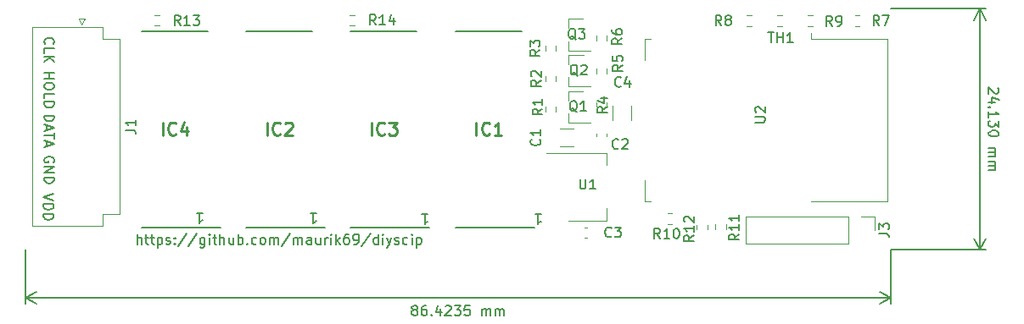
<source format=gbr>
%TF.GenerationSoftware,KiCad,Pcbnew,(5.1.9-0-10_14)*%
%TF.CreationDate,2021-01-14T22:54:26+01:00*%
%TF.ProjectId,diyscip-v2,64697973-6369-4702-9d76-322e6b696361,1.0*%
%TF.SameCoordinates,Original*%
%TF.FileFunction,Legend,Top*%
%TF.FilePolarity,Positive*%
%FSLAX46Y46*%
G04 Gerber Fmt 4.6, Leading zero omitted, Abs format (unit mm)*
G04 Created by KiCad (PCBNEW (5.1.9-0-10_14)) date 2021-01-14 22:54:26*
%MOMM*%
%LPD*%
G01*
G04 APERTURE LIST*
%ADD10C,0.150000*%
%ADD11C,0.120000*%
%ADD12C,0.200000*%
%ADD13C,0.254000*%
G04 APERTURE END LIST*
D10*
X210984880Y-90662642D02*
X211032500Y-90710261D01*
X211080119Y-90805500D01*
X211080119Y-91043595D01*
X211032500Y-91138833D01*
X210984880Y-91186452D01*
X210889642Y-91234071D01*
X210794404Y-91234071D01*
X210651547Y-91186452D01*
X210080119Y-90615023D01*
X210080119Y-91234071D01*
X210746785Y-92091214D02*
X210080119Y-92091214D01*
X211127738Y-91853119D02*
X210413452Y-91615023D01*
X210413452Y-92234071D01*
X210175357Y-92615023D02*
X210127738Y-92662642D01*
X210080119Y-92615023D01*
X210127738Y-92567404D01*
X210175357Y-92615023D01*
X210080119Y-92615023D01*
X210080119Y-93615023D02*
X210080119Y-93043595D01*
X210080119Y-93329309D02*
X211080119Y-93329309D01*
X210937261Y-93234071D01*
X210842023Y-93138833D01*
X210794404Y-93043595D01*
X211080119Y-93948357D02*
X211080119Y-94567404D01*
X210699166Y-94234071D01*
X210699166Y-94376928D01*
X210651547Y-94472166D01*
X210603928Y-94519785D01*
X210508690Y-94567404D01*
X210270595Y-94567404D01*
X210175357Y-94519785D01*
X210127738Y-94472166D01*
X210080119Y-94376928D01*
X210080119Y-94091214D01*
X210127738Y-93995976D01*
X210175357Y-93948357D01*
X211080119Y-95186452D02*
X211080119Y-95281690D01*
X211032500Y-95376928D01*
X210984880Y-95424547D01*
X210889642Y-95472166D01*
X210699166Y-95519785D01*
X210461071Y-95519785D01*
X210270595Y-95472166D01*
X210175357Y-95424547D01*
X210127738Y-95376928D01*
X210080119Y-95281690D01*
X210080119Y-95186452D01*
X210127738Y-95091214D01*
X210175357Y-95043595D01*
X210270595Y-94995976D01*
X210461071Y-94948357D01*
X210699166Y-94948357D01*
X210889642Y-94995976D01*
X210984880Y-95043595D01*
X211032500Y-95091214D01*
X211080119Y-95186452D01*
X210080119Y-96710261D02*
X210746785Y-96710261D01*
X210651547Y-96710261D02*
X210699166Y-96757880D01*
X210746785Y-96853119D01*
X210746785Y-96995976D01*
X210699166Y-97091214D01*
X210603928Y-97138833D01*
X210080119Y-97138833D01*
X210603928Y-97138833D02*
X210699166Y-97186452D01*
X210746785Y-97281690D01*
X210746785Y-97424547D01*
X210699166Y-97519785D01*
X210603928Y-97567404D01*
X210080119Y-97567404D01*
X210080119Y-98043595D02*
X210746785Y-98043595D01*
X210651547Y-98043595D02*
X210699166Y-98091214D01*
X210746785Y-98186452D01*
X210746785Y-98329309D01*
X210699166Y-98424547D01*
X210603928Y-98472166D01*
X210080119Y-98472166D01*
X210603928Y-98472166D02*
X210699166Y-98519785D01*
X210746785Y-98615023D01*
X210746785Y-98757880D01*
X210699166Y-98853119D01*
X210603928Y-98900738D01*
X210080119Y-98900738D01*
X209232500Y-82740500D02*
X209232500Y-106870500D01*
X200342500Y-82740500D02*
X209818921Y-82740500D01*
X200342500Y-106870500D02*
X209818921Y-106870500D01*
X209232500Y-106870500D02*
X208646079Y-105743996D01*
X209232500Y-106870500D02*
X209818921Y-105743996D01*
X209232500Y-82740500D02*
X208646079Y-83867004D01*
X209232500Y-82740500D02*
X209818921Y-83867004D01*
X152702178Y-112877452D02*
X152606940Y-112829833D01*
X152559321Y-112782214D01*
X152511702Y-112686976D01*
X152511702Y-112639357D01*
X152559321Y-112544119D01*
X152606940Y-112496500D01*
X152702178Y-112448880D01*
X152892654Y-112448880D01*
X152987892Y-112496500D01*
X153035511Y-112544119D01*
X153083130Y-112639357D01*
X153083130Y-112686976D01*
X153035511Y-112782214D01*
X152987892Y-112829833D01*
X152892654Y-112877452D01*
X152702178Y-112877452D01*
X152606940Y-112925071D01*
X152559321Y-112972690D01*
X152511702Y-113067928D01*
X152511702Y-113258404D01*
X152559321Y-113353642D01*
X152606940Y-113401261D01*
X152702178Y-113448880D01*
X152892654Y-113448880D01*
X152987892Y-113401261D01*
X153035511Y-113353642D01*
X153083130Y-113258404D01*
X153083130Y-113067928D01*
X153035511Y-112972690D01*
X152987892Y-112925071D01*
X152892654Y-112877452D01*
X153940273Y-112448880D02*
X153749797Y-112448880D01*
X153654559Y-112496500D01*
X153606940Y-112544119D01*
X153511702Y-112686976D01*
X153464083Y-112877452D01*
X153464083Y-113258404D01*
X153511702Y-113353642D01*
X153559321Y-113401261D01*
X153654559Y-113448880D01*
X153845035Y-113448880D01*
X153940273Y-113401261D01*
X153987892Y-113353642D01*
X154035511Y-113258404D01*
X154035511Y-113020309D01*
X153987892Y-112925071D01*
X153940273Y-112877452D01*
X153845035Y-112829833D01*
X153654559Y-112829833D01*
X153559321Y-112877452D01*
X153511702Y-112925071D01*
X153464083Y-113020309D01*
X154464083Y-113353642D02*
X154511702Y-113401261D01*
X154464083Y-113448880D01*
X154416464Y-113401261D01*
X154464083Y-113353642D01*
X154464083Y-113448880D01*
X155368845Y-112782214D02*
X155368845Y-113448880D01*
X155130750Y-112401261D02*
X154892654Y-113115547D01*
X155511702Y-113115547D01*
X155845035Y-112544119D02*
X155892654Y-112496500D01*
X155987892Y-112448880D01*
X156225988Y-112448880D01*
X156321226Y-112496500D01*
X156368845Y-112544119D01*
X156416464Y-112639357D01*
X156416464Y-112734595D01*
X156368845Y-112877452D01*
X155797416Y-113448880D01*
X156416464Y-113448880D01*
X156749797Y-112448880D02*
X157368845Y-112448880D01*
X157035511Y-112829833D01*
X157178369Y-112829833D01*
X157273607Y-112877452D01*
X157321226Y-112925071D01*
X157368845Y-113020309D01*
X157368845Y-113258404D01*
X157321226Y-113353642D01*
X157273607Y-113401261D01*
X157178369Y-113448880D01*
X156892654Y-113448880D01*
X156797416Y-113401261D01*
X156749797Y-113353642D01*
X158273607Y-112448880D02*
X157797416Y-112448880D01*
X157749797Y-112925071D01*
X157797416Y-112877452D01*
X157892654Y-112829833D01*
X158130750Y-112829833D01*
X158225988Y-112877452D01*
X158273607Y-112925071D01*
X158321226Y-113020309D01*
X158321226Y-113258404D01*
X158273607Y-113353642D01*
X158225988Y-113401261D01*
X158130750Y-113448880D01*
X157892654Y-113448880D01*
X157797416Y-113401261D01*
X157749797Y-113353642D01*
X159511702Y-113448880D02*
X159511702Y-112782214D01*
X159511702Y-112877452D02*
X159559321Y-112829833D01*
X159654559Y-112782214D01*
X159797416Y-112782214D01*
X159892654Y-112829833D01*
X159940273Y-112925071D01*
X159940273Y-113448880D01*
X159940273Y-112925071D02*
X159987892Y-112829833D01*
X160083130Y-112782214D01*
X160225988Y-112782214D01*
X160321226Y-112829833D01*
X160368845Y-112925071D01*
X160368845Y-113448880D01*
X160845035Y-113448880D02*
X160845035Y-112782214D01*
X160845035Y-112877452D02*
X160892654Y-112829833D01*
X160987892Y-112782214D01*
X161130750Y-112782214D01*
X161225988Y-112829833D01*
X161273607Y-112925071D01*
X161273607Y-113448880D01*
X161273607Y-112925071D02*
X161321226Y-112829833D01*
X161416464Y-112782214D01*
X161559321Y-112782214D01*
X161654559Y-112829833D01*
X161702178Y-112925071D01*
X161702178Y-113448880D01*
X200342500Y-111696500D02*
X113919000Y-111696500D01*
X200342500Y-106870500D02*
X200342500Y-112282921D01*
X113919000Y-106870500D02*
X113919000Y-112282921D01*
X113919000Y-111696500D02*
X115045504Y-111110079D01*
X113919000Y-111696500D02*
X115045504Y-112282921D01*
X200342500Y-111696500D02*
X199215996Y-111110079D01*
X200342500Y-111696500D02*
X199215996Y-112282921D01*
X125088833Y-106306880D02*
X125088833Y-105306880D01*
X125517404Y-106306880D02*
X125517404Y-105783071D01*
X125469785Y-105687833D01*
X125374547Y-105640214D01*
X125231690Y-105640214D01*
X125136452Y-105687833D01*
X125088833Y-105735452D01*
X125850738Y-105640214D02*
X126231690Y-105640214D01*
X125993595Y-105306880D02*
X125993595Y-106164023D01*
X126041214Y-106259261D01*
X126136452Y-106306880D01*
X126231690Y-106306880D01*
X126422166Y-105640214D02*
X126803119Y-105640214D01*
X126565023Y-105306880D02*
X126565023Y-106164023D01*
X126612642Y-106259261D01*
X126707880Y-106306880D01*
X126803119Y-106306880D01*
X127136452Y-105640214D02*
X127136452Y-106640214D01*
X127136452Y-105687833D02*
X127231690Y-105640214D01*
X127422166Y-105640214D01*
X127517404Y-105687833D01*
X127565023Y-105735452D01*
X127612642Y-105830690D01*
X127612642Y-106116404D01*
X127565023Y-106211642D01*
X127517404Y-106259261D01*
X127422166Y-106306880D01*
X127231690Y-106306880D01*
X127136452Y-106259261D01*
X127993595Y-106259261D02*
X128088833Y-106306880D01*
X128279309Y-106306880D01*
X128374547Y-106259261D01*
X128422166Y-106164023D01*
X128422166Y-106116404D01*
X128374547Y-106021166D01*
X128279309Y-105973547D01*
X128136452Y-105973547D01*
X128041214Y-105925928D01*
X127993595Y-105830690D01*
X127993595Y-105783071D01*
X128041214Y-105687833D01*
X128136452Y-105640214D01*
X128279309Y-105640214D01*
X128374547Y-105687833D01*
X128850738Y-106211642D02*
X128898357Y-106259261D01*
X128850738Y-106306880D01*
X128803119Y-106259261D01*
X128850738Y-106211642D01*
X128850738Y-106306880D01*
X128850738Y-105687833D02*
X128898357Y-105735452D01*
X128850738Y-105783071D01*
X128803119Y-105735452D01*
X128850738Y-105687833D01*
X128850738Y-105783071D01*
X130041214Y-105259261D02*
X129184071Y-106544976D01*
X131088833Y-105259261D02*
X130231690Y-106544976D01*
X131850738Y-105640214D02*
X131850738Y-106449738D01*
X131803119Y-106544976D01*
X131755500Y-106592595D01*
X131660261Y-106640214D01*
X131517404Y-106640214D01*
X131422166Y-106592595D01*
X131850738Y-106259261D02*
X131755500Y-106306880D01*
X131565023Y-106306880D01*
X131469785Y-106259261D01*
X131422166Y-106211642D01*
X131374547Y-106116404D01*
X131374547Y-105830690D01*
X131422166Y-105735452D01*
X131469785Y-105687833D01*
X131565023Y-105640214D01*
X131755500Y-105640214D01*
X131850738Y-105687833D01*
X132326928Y-106306880D02*
X132326928Y-105640214D01*
X132326928Y-105306880D02*
X132279309Y-105354500D01*
X132326928Y-105402119D01*
X132374547Y-105354500D01*
X132326928Y-105306880D01*
X132326928Y-105402119D01*
X132660261Y-105640214D02*
X133041214Y-105640214D01*
X132803119Y-105306880D02*
X132803119Y-106164023D01*
X132850738Y-106259261D01*
X132945976Y-106306880D01*
X133041214Y-106306880D01*
X133374547Y-106306880D02*
X133374547Y-105306880D01*
X133803119Y-106306880D02*
X133803119Y-105783071D01*
X133755500Y-105687833D01*
X133660261Y-105640214D01*
X133517404Y-105640214D01*
X133422166Y-105687833D01*
X133374547Y-105735452D01*
X134707880Y-105640214D02*
X134707880Y-106306880D01*
X134279309Y-105640214D02*
X134279309Y-106164023D01*
X134326928Y-106259261D01*
X134422166Y-106306880D01*
X134565023Y-106306880D01*
X134660261Y-106259261D01*
X134707880Y-106211642D01*
X135184071Y-106306880D02*
X135184071Y-105306880D01*
X135184071Y-105687833D02*
X135279309Y-105640214D01*
X135469785Y-105640214D01*
X135565023Y-105687833D01*
X135612642Y-105735452D01*
X135660261Y-105830690D01*
X135660261Y-106116404D01*
X135612642Y-106211642D01*
X135565023Y-106259261D01*
X135469785Y-106306880D01*
X135279309Y-106306880D01*
X135184071Y-106259261D01*
X136088833Y-106211642D02*
X136136452Y-106259261D01*
X136088833Y-106306880D01*
X136041214Y-106259261D01*
X136088833Y-106211642D01*
X136088833Y-106306880D01*
X136993595Y-106259261D02*
X136898357Y-106306880D01*
X136707880Y-106306880D01*
X136612642Y-106259261D01*
X136565023Y-106211642D01*
X136517404Y-106116404D01*
X136517404Y-105830690D01*
X136565023Y-105735452D01*
X136612642Y-105687833D01*
X136707880Y-105640214D01*
X136898357Y-105640214D01*
X136993595Y-105687833D01*
X137565023Y-106306880D02*
X137469785Y-106259261D01*
X137422166Y-106211642D01*
X137374547Y-106116404D01*
X137374547Y-105830690D01*
X137422166Y-105735452D01*
X137469785Y-105687833D01*
X137565023Y-105640214D01*
X137707880Y-105640214D01*
X137803119Y-105687833D01*
X137850738Y-105735452D01*
X137898357Y-105830690D01*
X137898357Y-106116404D01*
X137850738Y-106211642D01*
X137803119Y-106259261D01*
X137707880Y-106306880D01*
X137565023Y-106306880D01*
X138326928Y-106306880D02*
X138326928Y-105640214D01*
X138326928Y-105735452D02*
X138374547Y-105687833D01*
X138469785Y-105640214D01*
X138612642Y-105640214D01*
X138707880Y-105687833D01*
X138755500Y-105783071D01*
X138755500Y-106306880D01*
X138755500Y-105783071D02*
X138803119Y-105687833D01*
X138898357Y-105640214D01*
X139041214Y-105640214D01*
X139136452Y-105687833D01*
X139184071Y-105783071D01*
X139184071Y-106306880D01*
X140374547Y-105259261D02*
X139517404Y-106544976D01*
X140707880Y-106306880D02*
X140707880Y-105640214D01*
X140707880Y-105735452D02*
X140755500Y-105687833D01*
X140850738Y-105640214D01*
X140993595Y-105640214D01*
X141088833Y-105687833D01*
X141136452Y-105783071D01*
X141136452Y-106306880D01*
X141136452Y-105783071D02*
X141184071Y-105687833D01*
X141279309Y-105640214D01*
X141422166Y-105640214D01*
X141517404Y-105687833D01*
X141565023Y-105783071D01*
X141565023Y-106306880D01*
X142469785Y-106306880D02*
X142469785Y-105783071D01*
X142422166Y-105687833D01*
X142326928Y-105640214D01*
X142136452Y-105640214D01*
X142041214Y-105687833D01*
X142469785Y-106259261D02*
X142374547Y-106306880D01*
X142136452Y-106306880D01*
X142041214Y-106259261D01*
X141993595Y-106164023D01*
X141993595Y-106068785D01*
X142041214Y-105973547D01*
X142136452Y-105925928D01*
X142374547Y-105925928D01*
X142469785Y-105878309D01*
X143374547Y-105640214D02*
X143374547Y-106306880D01*
X142945976Y-105640214D02*
X142945976Y-106164023D01*
X142993595Y-106259261D01*
X143088833Y-106306880D01*
X143231690Y-106306880D01*
X143326928Y-106259261D01*
X143374547Y-106211642D01*
X143850738Y-106306880D02*
X143850738Y-105640214D01*
X143850738Y-105830690D02*
X143898357Y-105735452D01*
X143945976Y-105687833D01*
X144041214Y-105640214D01*
X144136452Y-105640214D01*
X144469785Y-106306880D02*
X144469785Y-105640214D01*
X144469785Y-105306880D02*
X144422166Y-105354500D01*
X144469785Y-105402119D01*
X144517404Y-105354500D01*
X144469785Y-105306880D01*
X144469785Y-105402119D01*
X144945976Y-106306880D02*
X144945976Y-105306880D01*
X145041214Y-105925928D02*
X145326928Y-106306880D01*
X145326928Y-105640214D02*
X144945976Y-106021166D01*
X146184071Y-105306880D02*
X145993595Y-105306880D01*
X145898357Y-105354500D01*
X145850738Y-105402119D01*
X145755500Y-105544976D01*
X145707880Y-105735452D01*
X145707880Y-106116404D01*
X145755500Y-106211642D01*
X145803119Y-106259261D01*
X145898357Y-106306880D01*
X146088833Y-106306880D01*
X146184071Y-106259261D01*
X146231690Y-106211642D01*
X146279309Y-106116404D01*
X146279309Y-105878309D01*
X146231690Y-105783071D01*
X146184071Y-105735452D01*
X146088833Y-105687833D01*
X145898357Y-105687833D01*
X145803119Y-105735452D01*
X145755500Y-105783071D01*
X145707880Y-105878309D01*
X146755500Y-106306880D02*
X146945976Y-106306880D01*
X147041214Y-106259261D01*
X147088833Y-106211642D01*
X147184071Y-106068785D01*
X147231690Y-105878309D01*
X147231690Y-105497357D01*
X147184071Y-105402119D01*
X147136452Y-105354500D01*
X147041214Y-105306880D01*
X146850738Y-105306880D01*
X146755500Y-105354500D01*
X146707880Y-105402119D01*
X146660261Y-105497357D01*
X146660261Y-105735452D01*
X146707880Y-105830690D01*
X146755500Y-105878309D01*
X146850738Y-105925928D01*
X147041214Y-105925928D01*
X147136452Y-105878309D01*
X147184071Y-105830690D01*
X147231690Y-105735452D01*
X148374547Y-105259261D02*
X147517404Y-106544976D01*
X149136452Y-106306880D02*
X149136452Y-105306880D01*
X149136452Y-106259261D02*
X149041214Y-106306880D01*
X148850738Y-106306880D01*
X148755500Y-106259261D01*
X148707880Y-106211642D01*
X148660261Y-106116404D01*
X148660261Y-105830690D01*
X148707880Y-105735452D01*
X148755500Y-105687833D01*
X148850738Y-105640214D01*
X149041214Y-105640214D01*
X149136452Y-105687833D01*
X149612642Y-106306880D02*
X149612642Y-105640214D01*
X149612642Y-105306880D02*
X149565023Y-105354500D01*
X149612642Y-105402119D01*
X149660261Y-105354500D01*
X149612642Y-105306880D01*
X149612642Y-105402119D01*
X149993595Y-105640214D02*
X150231690Y-106306880D01*
X150469785Y-105640214D02*
X150231690Y-106306880D01*
X150136452Y-106544976D01*
X150088833Y-106592595D01*
X149993595Y-106640214D01*
X150803119Y-106259261D02*
X150898357Y-106306880D01*
X151088833Y-106306880D01*
X151184071Y-106259261D01*
X151231690Y-106164023D01*
X151231690Y-106116404D01*
X151184071Y-106021166D01*
X151088833Y-105973547D01*
X150945976Y-105973547D01*
X150850738Y-105925928D01*
X150803119Y-105830690D01*
X150803119Y-105783071D01*
X150850738Y-105687833D01*
X150945976Y-105640214D01*
X151088833Y-105640214D01*
X151184071Y-105687833D01*
X152088833Y-106259261D02*
X151993595Y-106306880D01*
X151803119Y-106306880D01*
X151707880Y-106259261D01*
X151660261Y-106211642D01*
X151612642Y-106116404D01*
X151612642Y-105830690D01*
X151660261Y-105735452D01*
X151707880Y-105687833D01*
X151803119Y-105640214D01*
X151993595Y-105640214D01*
X152088833Y-105687833D01*
X152517404Y-106306880D02*
X152517404Y-105640214D01*
X152517404Y-105306880D02*
X152469785Y-105354500D01*
X152517404Y-105402119D01*
X152565023Y-105354500D01*
X152517404Y-105306880D01*
X152517404Y-105402119D01*
X152993595Y-105640214D02*
X152993595Y-106640214D01*
X152993595Y-105687833D02*
X153088833Y-105640214D01*
X153279309Y-105640214D01*
X153374547Y-105687833D01*
X153422166Y-105735452D01*
X153469785Y-105830690D01*
X153469785Y-106116404D01*
X153422166Y-106211642D01*
X153374547Y-106259261D01*
X153279309Y-106306880D01*
X153088833Y-106306880D01*
X152993595Y-106259261D01*
X131032285Y-103179619D02*
X131603714Y-103179619D01*
X131318000Y-103179619D02*
X131318000Y-104179619D01*
X131413238Y-104036761D01*
X131508476Y-103941523D01*
X131603714Y-103893904D01*
X142398785Y-103243119D02*
X142970214Y-103243119D01*
X142684500Y-103243119D02*
X142684500Y-104243119D01*
X142779738Y-104100261D01*
X142874976Y-104005023D01*
X142970214Y-103957404D01*
X153511285Y-103306619D02*
X154082714Y-103306619D01*
X153797000Y-103306619D02*
X153797000Y-104306619D01*
X153892238Y-104163761D01*
X153987476Y-104068523D01*
X154082714Y-104020904D01*
X164814285Y-103306619D02*
X165385714Y-103306619D01*
X165100000Y-103306619D02*
X165100000Y-104306619D01*
X165195238Y-104163761D01*
X165290476Y-104068523D01*
X165385714Y-104020904D01*
X116752619Y-101282666D02*
X115752619Y-101616000D01*
X116752619Y-101949333D01*
X115752619Y-102282666D02*
X116752619Y-102282666D01*
X116752619Y-102520761D01*
X116705000Y-102663619D01*
X116609761Y-102758857D01*
X116514523Y-102806476D01*
X116324047Y-102854095D01*
X116181190Y-102854095D01*
X115990714Y-102806476D01*
X115895476Y-102758857D01*
X115800238Y-102663619D01*
X115752619Y-102520761D01*
X115752619Y-102282666D01*
X115752619Y-103282666D02*
X116752619Y-103282666D01*
X116752619Y-103520761D01*
X116705000Y-103663619D01*
X116609761Y-103758857D01*
X116514523Y-103806476D01*
X116324047Y-103854095D01*
X116181190Y-103854095D01*
X115990714Y-103806476D01*
X115895476Y-103758857D01*
X115800238Y-103663619D01*
X115752619Y-103520761D01*
X115752619Y-103282666D01*
X116768500Y-98107595D02*
X116816119Y-98012357D01*
X116816119Y-97869500D01*
X116768500Y-97726642D01*
X116673261Y-97631404D01*
X116578023Y-97583785D01*
X116387547Y-97536166D01*
X116244690Y-97536166D01*
X116054214Y-97583785D01*
X115958976Y-97631404D01*
X115863738Y-97726642D01*
X115816119Y-97869500D01*
X115816119Y-97964738D01*
X115863738Y-98107595D01*
X115911357Y-98155214D01*
X116244690Y-98155214D01*
X116244690Y-97964738D01*
X115816119Y-98583785D02*
X116816119Y-98583785D01*
X115816119Y-99155214D01*
X116816119Y-99155214D01*
X115816119Y-99631404D02*
X116816119Y-99631404D01*
X116816119Y-99869500D01*
X116768500Y-100012357D01*
X116673261Y-100107595D01*
X116578023Y-100155214D01*
X116387547Y-100202833D01*
X116244690Y-100202833D01*
X116054214Y-100155214D01*
X115958976Y-100107595D01*
X115863738Y-100012357D01*
X115816119Y-99869500D01*
X115816119Y-99631404D01*
X115816119Y-93432500D02*
X116816119Y-93432500D01*
X116816119Y-93670595D01*
X116768500Y-93813452D01*
X116673261Y-93908690D01*
X116578023Y-93956309D01*
X116387547Y-94003928D01*
X116244690Y-94003928D01*
X116054214Y-93956309D01*
X115958976Y-93908690D01*
X115863738Y-93813452D01*
X115816119Y-93670595D01*
X115816119Y-93432500D01*
X116101833Y-94384880D02*
X116101833Y-94861071D01*
X115816119Y-94289642D02*
X116816119Y-94622976D01*
X115816119Y-94956309D01*
X116816119Y-95146785D02*
X116816119Y-95718214D01*
X115816119Y-95432500D02*
X116816119Y-95432500D01*
X116101833Y-96003928D02*
X116101833Y-96480119D01*
X115816119Y-95908690D02*
X116816119Y-96242023D01*
X115816119Y-96575357D01*
X115816119Y-89154214D02*
X116816119Y-89154214D01*
X116339928Y-89154214D02*
X116339928Y-89725642D01*
X115816119Y-89725642D02*
X116816119Y-89725642D01*
X116816119Y-90392309D02*
X116816119Y-90582785D01*
X116768500Y-90678023D01*
X116673261Y-90773261D01*
X116482785Y-90820880D01*
X116149452Y-90820880D01*
X115958976Y-90773261D01*
X115863738Y-90678023D01*
X115816119Y-90582785D01*
X115816119Y-90392309D01*
X115863738Y-90297071D01*
X115958976Y-90201833D01*
X116149452Y-90154214D01*
X116482785Y-90154214D01*
X116673261Y-90201833D01*
X116768500Y-90297071D01*
X116816119Y-90392309D01*
X115816119Y-91725642D02*
X115816119Y-91249452D01*
X116816119Y-91249452D01*
X115816119Y-92058976D02*
X116816119Y-92058976D01*
X116816119Y-92297071D01*
X116768500Y-92439928D01*
X116673261Y-92535166D01*
X116578023Y-92582785D01*
X116387547Y-92630404D01*
X116244690Y-92630404D01*
X116054214Y-92582785D01*
X115958976Y-92535166D01*
X115863738Y-92439928D01*
X115816119Y-92297071D01*
X115816119Y-92058976D01*
X115911357Y-86272761D02*
X115863738Y-86225142D01*
X115816119Y-86082285D01*
X115816119Y-85987047D01*
X115863738Y-85844190D01*
X115958976Y-85748952D01*
X116054214Y-85701333D01*
X116244690Y-85653714D01*
X116387547Y-85653714D01*
X116578023Y-85701333D01*
X116673261Y-85748952D01*
X116768500Y-85844190D01*
X116816119Y-85987047D01*
X116816119Y-86082285D01*
X116768500Y-86225142D01*
X116720880Y-86272761D01*
X115816119Y-87177523D02*
X115816119Y-86701333D01*
X116816119Y-86701333D01*
X115816119Y-87510857D02*
X116816119Y-87510857D01*
X115816119Y-88082285D02*
X116387547Y-87653714D01*
X116816119Y-88082285D02*
X116244690Y-87510857D01*
D11*
%TO.C,J3*%
X198688000Y-103572000D02*
X198688000Y-104902000D01*
X197358000Y-103572000D02*
X198688000Y-103572000D01*
X196088000Y-103572000D02*
X196088000Y-106232000D01*
X196088000Y-106232000D02*
X185868000Y-106232000D01*
X196088000Y-103572000D02*
X185868000Y-103572000D01*
X185868000Y-103572000D02*
X185868000Y-106232000D01*
%TO.C,TH1*%
X189466758Y-83424500D02*
X188992242Y-83424500D01*
X189466758Y-84469500D02*
X188992242Y-84469500D01*
%TO.C,R7*%
X196739242Y-84469500D02*
X197213758Y-84469500D01*
X196739242Y-83424500D02*
X197213758Y-83424500D01*
%TO.C,U2*%
X192388000Y-85753000D02*
X192388000Y-85143000D01*
X192388000Y-85753000D02*
X200008000Y-85753000D01*
X175768000Y-85753000D02*
X176388000Y-85753000D01*
X175768000Y-87873000D02*
X175768000Y-85753000D01*
X175768000Y-101993000D02*
X175768000Y-99873000D01*
X176388000Y-101993000D02*
X175768000Y-101993000D01*
X200008000Y-101993000D02*
X192388000Y-101993000D01*
X200008000Y-85753000D02*
X200008000Y-101993000D01*
%TO.C,R14*%
X146320742Y-83361000D02*
X146795258Y-83361000D01*
X146320742Y-84406000D02*
X146795258Y-84406000D01*
%TO.C,R12*%
X182005500Y-104822258D02*
X182005500Y-104347742D01*
X180960500Y-104822258D02*
X180960500Y-104347742D01*
%TO.C,R11*%
X183847000Y-104821258D02*
X183847000Y-104346742D01*
X182802000Y-104821258D02*
X182802000Y-104346742D01*
%TO.C,R9*%
X192514758Y-83424500D02*
X192040242Y-83424500D01*
X192514758Y-84469500D02*
X192040242Y-84469500D01*
%TO.C,R8*%
X185944242Y-84469500D02*
X186418758Y-84469500D01*
X185944242Y-83424500D02*
X186418758Y-83424500D01*
%TO.C,C3*%
X169990080Y-104646000D02*
X169708920Y-104646000D01*
X169990080Y-105666000D02*
X169708920Y-105666000D01*
%TO.C,J1*%
X114660500Y-84554000D02*
X121680500Y-84554000D01*
X121680500Y-84554000D02*
X121680500Y-85754000D01*
X121680500Y-85754000D02*
X123380500Y-85754000D01*
X123380500Y-85754000D02*
X123380500Y-103314000D01*
X123380500Y-103314000D02*
X121680500Y-103314000D01*
X121680500Y-103314000D02*
X121680500Y-104514000D01*
X121680500Y-104514000D02*
X114660500Y-104514000D01*
X114660500Y-104514000D02*
X114660500Y-84554000D01*
X119570500Y-84354000D02*
X119270500Y-83754000D01*
X119270500Y-83754000D02*
X119870500Y-83754000D01*
X119870500Y-83754000D02*
X119570500Y-84354000D01*
%TO.C,U1*%
X165928000Y-97160000D02*
X171938000Y-97160000D01*
X168178000Y-103980000D02*
X171938000Y-103980000D01*
X171938000Y-97160000D02*
X171938000Y-98420000D01*
X171938000Y-103980000D02*
X171938000Y-102720000D01*
%TO.C,R13*%
X127300758Y-83361000D02*
X126826242Y-83361000D01*
X127300758Y-84406000D02*
X126826242Y-84406000D01*
%TO.C,R10*%
X178481258Y-103236500D02*
X178006742Y-103236500D01*
X178481258Y-104281500D02*
X178006742Y-104281500D01*
%TO.C,R6*%
X171972500Y-85899258D02*
X171972500Y-85424742D01*
X170927500Y-85899258D02*
X170927500Y-85424742D01*
%TO.C,R5*%
X171972500Y-89200258D02*
X171972500Y-88725742D01*
X170927500Y-89200258D02*
X170927500Y-88725742D01*
%TO.C,R4*%
X171972500Y-92566258D02*
X171972500Y-92091742D01*
X170927500Y-92566258D02*
X170927500Y-92091742D01*
%TO.C,R3*%
X166892500Y-86915258D02*
X166892500Y-86440742D01*
X165847500Y-86915258D02*
X165847500Y-86440742D01*
%TO.C,R2*%
X166892500Y-89962258D02*
X166892500Y-89487742D01*
X165847500Y-89962258D02*
X165847500Y-89487742D01*
%TO.C,R1*%
X166892500Y-93011258D02*
X166892500Y-92536742D01*
X165847500Y-93011258D02*
X165847500Y-92536742D01*
%TO.C,Q3*%
X168150000Y-83764000D02*
X169610000Y-83764000D01*
X168150000Y-86924000D02*
X170310000Y-86924000D01*
X168150000Y-86924000D02*
X168150000Y-85994000D01*
X168150000Y-83764000D02*
X168150000Y-84694000D01*
%TO.C,Q2*%
X168166000Y-87381000D02*
X169626000Y-87381000D01*
X168166000Y-90541000D02*
X170326000Y-90541000D01*
X168166000Y-90541000D02*
X168166000Y-89611000D01*
X168166000Y-87381000D02*
X168166000Y-88311000D01*
%TO.C,Q1*%
X168150000Y-91003000D02*
X169610000Y-91003000D01*
X168150000Y-94163000D02*
X170310000Y-94163000D01*
X168150000Y-94163000D02*
X168150000Y-93233000D01*
X168150000Y-91003000D02*
X168150000Y-91933000D01*
D12*
%TO.C,IC4*%
X132172000Y-84960500D02*
X125572000Y-84960500D01*
X133407000Y-104650500D02*
X125572000Y-104650500D01*
%TO.C,IC3*%
X153002500Y-84960500D02*
X146402500Y-84960500D01*
X154237500Y-104650500D02*
X146402500Y-104650500D01*
%TO.C,IC2*%
X142588500Y-84960500D02*
X135988500Y-84960500D01*
X143823500Y-104650500D02*
X135988500Y-104650500D01*
%TO.C,IC1*%
X163480000Y-84960500D02*
X156880000Y-84960500D01*
X164715000Y-104650500D02*
X156880000Y-104650500D01*
D11*
%TO.C,C4*%
X172572000Y-92457748D02*
X172572000Y-93880252D01*
X174392000Y-92457748D02*
X174392000Y-93880252D01*
%TO.C,C2*%
X171960000Y-95517580D02*
X171960000Y-95236420D01*
X170940000Y-95517580D02*
X170940000Y-95236420D01*
%TO.C,C1*%
X167260748Y-96541000D02*
X168683252Y-96541000D01*
X167260748Y-94721000D02*
X168683252Y-94721000D01*
%TO.C,J3*%
D10*
X199140380Y-105235333D02*
X199854666Y-105235333D01*
X199997523Y-105282952D01*
X200092761Y-105378190D01*
X200140380Y-105521047D01*
X200140380Y-105616285D01*
X199140380Y-104854380D02*
X199140380Y-104235333D01*
X199521333Y-104568666D01*
X199521333Y-104425809D01*
X199568952Y-104330571D01*
X199616571Y-104282952D01*
X199711809Y-104235333D01*
X199949904Y-104235333D01*
X200045142Y-104282952D01*
X200092761Y-104330571D01*
X200140380Y-104425809D01*
X200140380Y-104711523D01*
X200092761Y-104806761D01*
X200045142Y-104854380D01*
%TO.C,TH1*%
X188071285Y-85113880D02*
X188642714Y-85113880D01*
X188357000Y-86113880D02*
X188357000Y-85113880D01*
X188976047Y-86113880D02*
X188976047Y-85113880D01*
X188976047Y-85590071D02*
X189547476Y-85590071D01*
X189547476Y-86113880D02*
X189547476Y-85113880D01*
X190547476Y-86113880D02*
X189976047Y-86113880D01*
X190261761Y-86113880D02*
X190261761Y-85113880D01*
X190166523Y-85256738D01*
X190071285Y-85351976D01*
X189976047Y-85399595D01*
%TO.C,R7*%
X199159833Y-84399380D02*
X198826500Y-83923190D01*
X198588404Y-84399380D02*
X198588404Y-83399380D01*
X198969357Y-83399380D01*
X199064595Y-83447000D01*
X199112214Y-83494619D01*
X199159833Y-83589857D01*
X199159833Y-83732714D01*
X199112214Y-83827952D01*
X199064595Y-83875571D01*
X198969357Y-83923190D01*
X198588404Y-83923190D01*
X199493166Y-83399380D02*
X200159833Y-83399380D01*
X199731261Y-84399380D01*
%TO.C,U2*%
X186777380Y-94106904D02*
X187586904Y-94106904D01*
X187682142Y-94059285D01*
X187729761Y-94011666D01*
X187777380Y-93916428D01*
X187777380Y-93725952D01*
X187729761Y-93630714D01*
X187682142Y-93583095D01*
X187586904Y-93535476D01*
X186777380Y-93535476D01*
X186872619Y-93106904D02*
X186825000Y-93059285D01*
X186777380Y-92964047D01*
X186777380Y-92725952D01*
X186825000Y-92630714D01*
X186872619Y-92583095D01*
X186967857Y-92535476D01*
X187063095Y-92535476D01*
X187205952Y-92583095D01*
X187777380Y-93154523D01*
X187777380Y-92535476D01*
%TO.C,R14*%
X148899642Y-84335880D02*
X148566309Y-83859690D01*
X148328214Y-84335880D02*
X148328214Y-83335880D01*
X148709166Y-83335880D01*
X148804404Y-83383500D01*
X148852023Y-83431119D01*
X148899642Y-83526357D01*
X148899642Y-83669214D01*
X148852023Y-83764452D01*
X148804404Y-83812071D01*
X148709166Y-83859690D01*
X148328214Y-83859690D01*
X149852023Y-84335880D02*
X149280595Y-84335880D01*
X149566309Y-84335880D02*
X149566309Y-83335880D01*
X149471071Y-83478738D01*
X149375833Y-83573976D01*
X149280595Y-83621595D01*
X150709166Y-83669214D02*
X150709166Y-84335880D01*
X150471071Y-83288261D02*
X150232976Y-84002547D01*
X150852023Y-84002547D01*
%TO.C,R12*%
X180665380Y-105417857D02*
X180189190Y-105751190D01*
X180665380Y-105989285D02*
X179665380Y-105989285D01*
X179665380Y-105608333D01*
X179713000Y-105513095D01*
X179760619Y-105465476D01*
X179855857Y-105417857D01*
X179998714Y-105417857D01*
X180093952Y-105465476D01*
X180141571Y-105513095D01*
X180189190Y-105608333D01*
X180189190Y-105989285D01*
X180665380Y-104465476D02*
X180665380Y-105036904D01*
X180665380Y-104751190D02*
X179665380Y-104751190D01*
X179808238Y-104846428D01*
X179903476Y-104941666D01*
X179951095Y-105036904D01*
X179760619Y-104084523D02*
X179713000Y-104036904D01*
X179665380Y-103941666D01*
X179665380Y-103703571D01*
X179713000Y-103608333D01*
X179760619Y-103560714D01*
X179855857Y-103513095D01*
X179951095Y-103513095D01*
X180093952Y-103560714D01*
X180665380Y-104132142D01*
X180665380Y-103513095D01*
%TO.C,R11*%
X185173880Y-105290857D02*
X184697690Y-105624190D01*
X185173880Y-105862285D02*
X184173880Y-105862285D01*
X184173880Y-105481333D01*
X184221500Y-105386095D01*
X184269119Y-105338476D01*
X184364357Y-105290857D01*
X184507214Y-105290857D01*
X184602452Y-105338476D01*
X184650071Y-105386095D01*
X184697690Y-105481333D01*
X184697690Y-105862285D01*
X185173880Y-104338476D02*
X185173880Y-104909904D01*
X185173880Y-104624190D02*
X184173880Y-104624190D01*
X184316738Y-104719428D01*
X184411976Y-104814666D01*
X184459595Y-104909904D01*
X185173880Y-103386095D02*
X185173880Y-103957523D01*
X185173880Y-103671809D02*
X184173880Y-103671809D01*
X184316738Y-103767047D01*
X184411976Y-103862285D01*
X184459595Y-103957523D01*
%TO.C,R9*%
X194460833Y-84462880D02*
X194127500Y-83986690D01*
X193889404Y-84462880D02*
X193889404Y-83462880D01*
X194270357Y-83462880D01*
X194365595Y-83510500D01*
X194413214Y-83558119D01*
X194460833Y-83653357D01*
X194460833Y-83796214D01*
X194413214Y-83891452D01*
X194365595Y-83939071D01*
X194270357Y-83986690D01*
X193889404Y-83986690D01*
X194937023Y-84462880D02*
X195127500Y-84462880D01*
X195222738Y-84415261D01*
X195270357Y-84367642D01*
X195365595Y-84224785D01*
X195413214Y-84034309D01*
X195413214Y-83653357D01*
X195365595Y-83558119D01*
X195317976Y-83510500D01*
X195222738Y-83462880D01*
X195032261Y-83462880D01*
X194937023Y-83510500D01*
X194889404Y-83558119D01*
X194841785Y-83653357D01*
X194841785Y-83891452D01*
X194889404Y-83986690D01*
X194937023Y-84034309D01*
X195032261Y-84081928D01*
X195222738Y-84081928D01*
X195317976Y-84034309D01*
X195365595Y-83986690D01*
X195413214Y-83891452D01*
%TO.C,R8*%
X183411833Y-84399380D02*
X183078500Y-83923190D01*
X182840404Y-84399380D02*
X182840404Y-83399380D01*
X183221357Y-83399380D01*
X183316595Y-83447000D01*
X183364214Y-83494619D01*
X183411833Y-83589857D01*
X183411833Y-83732714D01*
X183364214Y-83827952D01*
X183316595Y-83875571D01*
X183221357Y-83923190D01*
X182840404Y-83923190D01*
X183983261Y-83827952D02*
X183888023Y-83780333D01*
X183840404Y-83732714D01*
X183792785Y-83637476D01*
X183792785Y-83589857D01*
X183840404Y-83494619D01*
X183888023Y-83447000D01*
X183983261Y-83399380D01*
X184173738Y-83399380D01*
X184268976Y-83447000D01*
X184316595Y-83494619D01*
X184364214Y-83589857D01*
X184364214Y-83637476D01*
X184316595Y-83732714D01*
X184268976Y-83780333D01*
X184173738Y-83827952D01*
X183983261Y-83827952D01*
X183888023Y-83875571D01*
X183840404Y-83923190D01*
X183792785Y-84018428D01*
X183792785Y-84208904D01*
X183840404Y-84304142D01*
X183888023Y-84351761D01*
X183983261Y-84399380D01*
X184173738Y-84399380D01*
X184268976Y-84351761D01*
X184316595Y-84304142D01*
X184364214Y-84208904D01*
X184364214Y-84018428D01*
X184316595Y-83923190D01*
X184268976Y-83875571D01*
X184173738Y-83827952D01*
%TO.C,C3*%
X172426333Y-105513142D02*
X172378714Y-105560761D01*
X172235857Y-105608380D01*
X172140619Y-105608380D01*
X171997761Y-105560761D01*
X171902523Y-105465523D01*
X171854904Y-105370285D01*
X171807285Y-105179809D01*
X171807285Y-105036952D01*
X171854904Y-104846476D01*
X171902523Y-104751238D01*
X171997761Y-104656000D01*
X172140619Y-104608380D01*
X172235857Y-104608380D01*
X172378714Y-104656000D01*
X172426333Y-104703619D01*
X172759666Y-104608380D02*
X173378714Y-104608380D01*
X173045380Y-104989333D01*
X173188238Y-104989333D01*
X173283476Y-105036952D01*
X173331095Y-105084571D01*
X173378714Y-105179809D01*
X173378714Y-105417904D01*
X173331095Y-105513142D01*
X173283476Y-105560761D01*
X173188238Y-105608380D01*
X172902523Y-105608380D01*
X172807285Y-105560761D01*
X172759666Y-105513142D01*
%TO.C,J1*%
X123922880Y-94867333D02*
X124637166Y-94867333D01*
X124780023Y-94914952D01*
X124875261Y-95010190D01*
X124922880Y-95153047D01*
X124922880Y-95248285D01*
X124922880Y-93867333D02*
X124922880Y-94438761D01*
X124922880Y-94153047D02*
X123922880Y-94153047D01*
X124065738Y-94248285D01*
X124160976Y-94343523D01*
X124208595Y-94438761D01*
%TO.C,U1*%
X169291095Y-99782380D02*
X169291095Y-100591904D01*
X169338714Y-100687142D01*
X169386333Y-100734761D01*
X169481571Y-100782380D01*
X169672047Y-100782380D01*
X169767285Y-100734761D01*
X169814904Y-100687142D01*
X169862523Y-100591904D01*
X169862523Y-99782380D01*
X170862523Y-100782380D02*
X170291095Y-100782380D01*
X170576809Y-100782380D02*
X170576809Y-99782380D01*
X170481571Y-99925238D01*
X170386333Y-100020476D01*
X170291095Y-100068095D01*
%TO.C,R13*%
X129405142Y-84399380D02*
X129071809Y-83923190D01*
X128833714Y-84399380D02*
X128833714Y-83399380D01*
X129214666Y-83399380D01*
X129309904Y-83447000D01*
X129357523Y-83494619D01*
X129405142Y-83589857D01*
X129405142Y-83732714D01*
X129357523Y-83827952D01*
X129309904Y-83875571D01*
X129214666Y-83923190D01*
X128833714Y-83923190D01*
X130357523Y-84399380D02*
X129786095Y-84399380D01*
X130071809Y-84399380D02*
X130071809Y-83399380D01*
X129976571Y-83542238D01*
X129881333Y-83637476D01*
X129786095Y-83685095D01*
X130690857Y-83399380D02*
X131309904Y-83399380D01*
X130976571Y-83780333D01*
X131119428Y-83780333D01*
X131214666Y-83827952D01*
X131262285Y-83875571D01*
X131309904Y-83970809D01*
X131309904Y-84208904D01*
X131262285Y-84304142D01*
X131214666Y-84351761D01*
X131119428Y-84399380D01*
X130833714Y-84399380D01*
X130738476Y-84351761D01*
X130690857Y-84304142D01*
%TO.C,R10*%
X177284142Y-105735380D02*
X176950809Y-105259190D01*
X176712714Y-105735380D02*
X176712714Y-104735380D01*
X177093666Y-104735380D01*
X177188904Y-104783000D01*
X177236523Y-104830619D01*
X177284142Y-104925857D01*
X177284142Y-105068714D01*
X177236523Y-105163952D01*
X177188904Y-105211571D01*
X177093666Y-105259190D01*
X176712714Y-105259190D01*
X178236523Y-105735380D02*
X177665095Y-105735380D01*
X177950809Y-105735380D02*
X177950809Y-104735380D01*
X177855571Y-104878238D01*
X177760333Y-104973476D01*
X177665095Y-105021095D01*
X178855571Y-104735380D02*
X178950809Y-104735380D01*
X179046047Y-104783000D01*
X179093666Y-104830619D01*
X179141285Y-104925857D01*
X179188904Y-105116333D01*
X179188904Y-105354428D01*
X179141285Y-105544904D01*
X179093666Y-105640142D01*
X179046047Y-105687761D01*
X178950809Y-105735380D01*
X178855571Y-105735380D01*
X178760333Y-105687761D01*
X178712714Y-105640142D01*
X178665095Y-105544904D01*
X178617476Y-105354428D01*
X178617476Y-105116333D01*
X178665095Y-104925857D01*
X178712714Y-104830619D01*
X178760333Y-104783000D01*
X178855571Y-104735380D01*
%TO.C,R6*%
X173489880Y-85701166D02*
X173013690Y-86034500D01*
X173489880Y-86272595D02*
X172489880Y-86272595D01*
X172489880Y-85891642D01*
X172537500Y-85796404D01*
X172585119Y-85748785D01*
X172680357Y-85701166D01*
X172823214Y-85701166D01*
X172918452Y-85748785D01*
X172966071Y-85796404D01*
X173013690Y-85891642D01*
X173013690Y-86272595D01*
X172489880Y-84844023D02*
X172489880Y-85034500D01*
X172537500Y-85129738D01*
X172585119Y-85177357D01*
X172727976Y-85272595D01*
X172918452Y-85320214D01*
X173299404Y-85320214D01*
X173394642Y-85272595D01*
X173442261Y-85224976D01*
X173489880Y-85129738D01*
X173489880Y-84939261D01*
X173442261Y-84844023D01*
X173394642Y-84796404D01*
X173299404Y-84748785D01*
X173061309Y-84748785D01*
X172966071Y-84796404D01*
X172918452Y-84844023D01*
X172870833Y-84939261D01*
X172870833Y-85129738D01*
X172918452Y-85224976D01*
X172966071Y-85272595D01*
X173061309Y-85320214D01*
%TO.C,R5*%
X173553380Y-88368166D02*
X173077190Y-88701500D01*
X173553380Y-88939595D02*
X172553380Y-88939595D01*
X172553380Y-88558642D01*
X172601000Y-88463404D01*
X172648619Y-88415785D01*
X172743857Y-88368166D01*
X172886714Y-88368166D01*
X172981952Y-88415785D01*
X173029571Y-88463404D01*
X173077190Y-88558642D01*
X173077190Y-88939595D01*
X172553380Y-87463404D02*
X172553380Y-87939595D01*
X173029571Y-87987214D01*
X172981952Y-87939595D01*
X172934333Y-87844357D01*
X172934333Y-87606261D01*
X172981952Y-87511023D01*
X173029571Y-87463404D01*
X173124809Y-87415785D01*
X173362904Y-87415785D01*
X173458142Y-87463404D01*
X173505761Y-87511023D01*
X173553380Y-87606261D01*
X173553380Y-87844357D01*
X173505761Y-87939595D01*
X173458142Y-87987214D01*
%TO.C,R4*%
X172029380Y-92559166D02*
X171553190Y-92892500D01*
X172029380Y-93130595D02*
X171029380Y-93130595D01*
X171029380Y-92749642D01*
X171077000Y-92654404D01*
X171124619Y-92606785D01*
X171219857Y-92559166D01*
X171362714Y-92559166D01*
X171457952Y-92606785D01*
X171505571Y-92654404D01*
X171553190Y-92749642D01*
X171553190Y-93130595D01*
X171362714Y-91702023D02*
X172029380Y-91702023D01*
X170981761Y-91940119D02*
X171696047Y-92178214D01*
X171696047Y-91559166D01*
%TO.C,R3*%
X165298380Y-86844166D02*
X164822190Y-87177500D01*
X165298380Y-87415595D02*
X164298380Y-87415595D01*
X164298380Y-87034642D01*
X164346000Y-86939404D01*
X164393619Y-86891785D01*
X164488857Y-86844166D01*
X164631714Y-86844166D01*
X164726952Y-86891785D01*
X164774571Y-86939404D01*
X164822190Y-87034642D01*
X164822190Y-87415595D01*
X164298380Y-86510833D02*
X164298380Y-85891785D01*
X164679333Y-86225119D01*
X164679333Y-86082261D01*
X164726952Y-85987023D01*
X164774571Y-85939404D01*
X164869809Y-85891785D01*
X165107904Y-85891785D01*
X165203142Y-85939404D01*
X165250761Y-85987023D01*
X165298380Y-86082261D01*
X165298380Y-86367976D01*
X165250761Y-86463214D01*
X165203142Y-86510833D01*
%TO.C,R2*%
X165392380Y-89891666D02*
X164916190Y-90225000D01*
X165392380Y-90463095D02*
X164392380Y-90463095D01*
X164392380Y-90082142D01*
X164440000Y-89986904D01*
X164487619Y-89939285D01*
X164582857Y-89891666D01*
X164725714Y-89891666D01*
X164820952Y-89939285D01*
X164868571Y-89986904D01*
X164916190Y-90082142D01*
X164916190Y-90463095D01*
X164487619Y-89510714D02*
X164440000Y-89463095D01*
X164392380Y-89367857D01*
X164392380Y-89129761D01*
X164440000Y-89034523D01*
X164487619Y-88986904D01*
X164582857Y-88939285D01*
X164678095Y-88939285D01*
X164820952Y-88986904D01*
X165392380Y-89558333D01*
X165392380Y-88939285D01*
%TO.C,R1*%
X165552380Y-92749666D02*
X165076190Y-93083000D01*
X165552380Y-93321095D02*
X164552380Y-93321095D01*
X164552380Y-92940142D01*
X164600000Y-92844904D01*
X164647619Y-92797285D01*
X164742857Y-92749666D01*
X164885714Y-92749666D01*
X164980952Y-92797285D01*
X165028571Y-92844904D01*
X165076190Y-92940142D01*
X165076190Y-93321095D01*
X165552380Y-91797285D02*
X165552380Y-92368714D01*
X165552380Y-92083000D02*
X164552380Y-92083000D01*
X164695238Y-92178238D01*
X164790476Y-92273476D01*
X164838095Y-92368714D01*
%TO.C,Q3*%
X168878261Y-85828119D02*
X168783023Y-85780500D01*
X168687785Y-85685261D01*
X168544928Y-85542404D01*
X168449690Y-85494785D01*
X168354452Y-85494785D01*
X168402071Y-85732880D02*
X168306833Y-85685261D01*
X168211595Y-85590023D01*
X168163976Y-85399547D01*
X168163976Y-85066214D01*
X168211595Y-84875738D01*
X168306833Y-84780500D01*
X168402071Y-84732880D01*
X168592547Y-84732880D01*
X168687785Y-84780500D01*
X168783023Y-84875738D01*
X168830642Y-85066214D01*
X168830642Y-85399547D01*
X168783023Y-85590023D01*
X168687785Y-85685261D01*
X168592547Y-85732880D01*
X168402071Y-85732880D01*
X169163976Y-84732880D02*
X169783023Y-84732880D01*
X169449690Y-85113833D01*
X169592547Y-85113833D01*
X169687785Y-85161452D01*
X169735404Y-85209071D01*
X169783023Y-85304309D01*
X169783023Y-85542404D01*
X169735404Y-85637642D01*
X169687785Y-85685261D01*
X169592547Y-85732880D01*
X169306833Y-85732880D01*
X169211595Y-85685261D01*
X169163976Y-85637642D01*
%TO.C,Q2*%
X169068761Y-89447619D02*
X168973523Y-89400000D01*
X168878285Y-89304761D01*
X168735428Y-89161904D01*
X168640190Y-89114285D01*
X168544952Y-89114285D01*
X168592571Y-89352380D02*
X168497333Y-89304761D01*
X168402095Y-89209523D01*
X168354476Y-89019047D01*
X168354476Y-88685714D01*
X168402095Y-88495238D01*
X168497333Y-88400000D01*
X168592571Y-88352380D01*
X168783047Y-88352380D01*
X168878285Y-88400000D01*
X168973523Y-88495238D01*
X169021142Y-88685714D01*
X169021142Y-89019047D01*
X168973523Y-89209523D01*
X168878285Y-89304761D01*
X168783047Y-89352380D01*
X168592571Y-89352380D01*
X169402095Y-88447619D02*
X169449714Y-88400000D01*
X169544952Y-88352380D01*
X169783047Y-88352380D01*
X169878285Y-88400000D01*
X169925904Y-88447619D01*
X169973523Y-88542857D01*
X169973523Y-88638095D01*
X169925904Y-88780952D01*
X169354476Y-89352380D01*
X169973523Y-89352380D01*
%TO.C,Q1*%
X169005261Y-93067119D02*
X168910023Y-93019500D01*
X168814785Y-92924261D01*
X168671928Y-92781404D01*
X168576690Y-92733785D01*
X168481452Y-92733785D01*
X168529071Y-92971880D02*
X168433833Y-92924261D01*
X168338595Y-92829023D01*
X168290976Y-92638547D01*
X168290976Y-92305214D01*
X168338595Y-92114738D01*
X168433833Y-92019500D01*
X168529071Y-91971880D01*
X168719547Y-91971880D01*
X168814785Y-92019500D01*
X168910023Y-92114738D01*
X168957642Y-92305214D01*
X168957642Y-92638547D01*
X168910023Y-92829023D01*
X168814785Y-92924261D01*
X168719547Y-92971880D01*
X168529071Y-92971880D01*
X169910023Y-92971880D02*
X169338595Y-92971880D01*
X169624309Y-92971880D02*
X169624309Y-91971880D01*
X169529071Y-92114738D01*
X169433833Y-92209976D01*
X169338595Y-92257595D01*
%TO.C,IC4*%
D13*
X127632238Y-95380023D02*
X127632238Y-94110023D01*
X128962714Y-95259071D02*
X128902238Y-95319547D01*
X128720809Y-95380023D01*
X128599857Y-95380023D01*
X128418428Y-95319547D01*
X128297476Y-95198595D01*
X128237000Y-95077642D01*
X128176523Y-94835738D01*
X128176523Y-94654309D01*
X128237000Y-94412404D01*
X128297476Y-94291452D01*
X128418428Y-94170500D01*
X128599857Y-94110023D01*
X128720809Y-94110023D01*
X128902238Y-94170500D01*
X128962714Y-94230976D01*
X130051285Y-94533357D02*
X130051285Y-95380023D01*
X129748904Y-94049547D02*
X129446523Y-94956690D01*
X130232714Y-94956690D01*
%TO.C,IC3*%
X148462738Y-95380023D02*
X148462738Y-94110023D01*
X149793214Y-95259071D02*
X149732738Y-95319547D01*
X149551309Y-95380023D01*
X149430357Y-95380023D01*
X149248928Y-95319547D01*
X149127976Y-95198595D01*
X149067500Y-95077642D01*
X149007023Y-94835738D01*
X149007023Y-94654309D01*
X149067500Y-94412404D01*
X149127976Y-94291452D01*
X149248928Y-94170500D01*
X149430357Y-94110023D01*
X149551309Y-94110023D01*
X149732738Y-94170500D01*
X149793214Y-94230976D01*
X150216547Y-94110023D02*
X151002738Y-94110023D01*
X150579404Y-94593833D01*
X150760833Y-94593833D01*
X150881785Y-94654309D01*
X150942261Y-94714785D01*
X151002738Y-94835738D01*
X151002738Y-95138119D01*
X150942261Y-95259071D01*
X150881785Y-95319547D01*
X150760833Y-95380023D01*
X150397976Y-95380023D01*
X150277023Y-95319547D01*
X150216547Y-95259071D01*
%TO.C,IC2*%
X138048738Y-95380023D02*
X138048738Y-94110023D01*
X139379214Y-95259071D02*
X139318738Y-95319547D01*
X139137309Y-95380023D01*
X139016357Y-95380023D01*
X138834928Y-95319547D01*
X138713976Y-95198595D01*
X138653500Y-95077642D01*
X138593023Y-94835738D01*
X138593023Y-94654309D01*
X138653500Y-94412404D01*
X138713976Y-94291452D01*
X138834928Y-94170500D01*
X139016357Y-94110023D01*
X139137309Y-94110023D01*
X139318738Y-94170500D01*
X139379214Y-94230976D01*
X139863023Y-94230976D02*
X139923500Y-94170500D01*
X140044452Y-94110023D01*
X140346833Y-94110023D01*
X140467785Y-94170500D01*
X140528261Y-94230976D01*
X140588738Y-94351928D01*
X140588738Y-94472880D01*
X140528261Y-94654309D01*
X139802547Y-95380023D01*
X140588738Y-95380023D01*
%TO.C,IC1*%
X158940238Y-95380023D02*
X158940238Y-94110023D01*
X160270714Y-95259071D02*
X160210238Y-95319547D01*
X160028809Y-95380023D01*
X159907857Y-95380023D01*
X159726428Y-95319547D01*
X159605476Y-95198595D01*
X159545000Y-95077642D01*
X159484523Y-94835738D01*
X159484523Y-94654309D01*
X159545000Y-94412404D01*
X159605476Y-94291452D01*
X159726428Y-94170500D01*
X159907857Y-94110023D01*
X160028809Y-94110023D01*
X160210238Y-94170500D01*
X160270714Y-94230976D01*
X161480238Y-95380023D02*
X160754523Y-95380023D01*
X161117380Y-95380023D02*
X161117380Y-94110023D01*
X160996428Y-94291452D01*
X160875476Y-94412404D01*
X160754523Y-94472880D01*
%TO.C,C4*%
D10*
X173378833Y-90463642D02*
X173331214Y-90511261D01*
X173188357Y-90558880D01*
X173093119Y-90558880D01*
X172950261Y-90511261D01*
X172855023Y-90416023D01*
X172807404Y-90320785D01*
X172759785Y-90130309D01*
X172759785Y-89987452D01*
X172807404Y-89796976D01*
X172855023Y-89701738D01*
X172950261Y-89606500D01*
X173093119Y-89558880D01*
X173188357Y-89558880D01*
X173331214Y-89606500D01*
X173378833Y-89654119D01*
X174235976Y-89892214D02*
X174235976Y-90558880D01*
X173997880Y-89511261D02*
X173759785Y-90225547D01*
X174378833Y-90225547D01*
%TO.C,C2*%
X173124833Y-96686642D02*
X173077214Y-96734261D01*
X172934357Y-96781880D01*
X172839119Y-96781880D01*
X172696261Y-96734261D01*
X172601023Y-96639023D01*
X172553404Y-96543785D01*
X172505785Y-96353309D01*
X172505785Y-96210452D01*
X172553404Y-96019976D01*
X172601023Y-95924738D01*
X172696261Y-95829500D01*
X172839119Y-95781880D01*
X172934357Y-95781880D01*
X173077214Y-95829500D01*
X173124833Y-95877119D01*
X173505785Y-95877119D02*
X173553404Y-95829500D01*
X173648642Y-95781880D01*
X173886738Y-95781880D01*
X173981976Y-95829500D01*
X174029595Y-95877119D01*
X174077214Y-95972357D01*
X174077214Y-96067595D01*
X174029595Y-96210452D01*
X173458166Y-96781880D01*
X174077214Y-96781880D01*
%TO.C,C1*%
X165266642Y-95797666D02*
X165314261Y-95845285D01*
X165361880Y-95988142D01*
X165361880Y-96083380D01*
X165314261Y-96226238D01*
X165219023Y-96321476D01*
X165123785Y-96369095D01*
X164933309Y-96416714D01*
X164790452Y-96416714D01*
X164599976Y-96369095D01*
X164504738Y-96321476D01*
X164409500Y-96226238D01*
X164361880Y-96083380D01*
X164361880Y-95988142D01*
X164409500Y-95845285D01*
X164457119Y-95797666D01*
X165361880Y-94845285D02*
X165361880Y-95416714D01*
X165361880Y-95131000D02*
X164361880Y-95131000D01*
X164504738Y-95226238D01*
X164599976Y-95321476D01*
X164647595Y-95416714D01*
%TD*%
M02*

</source>
